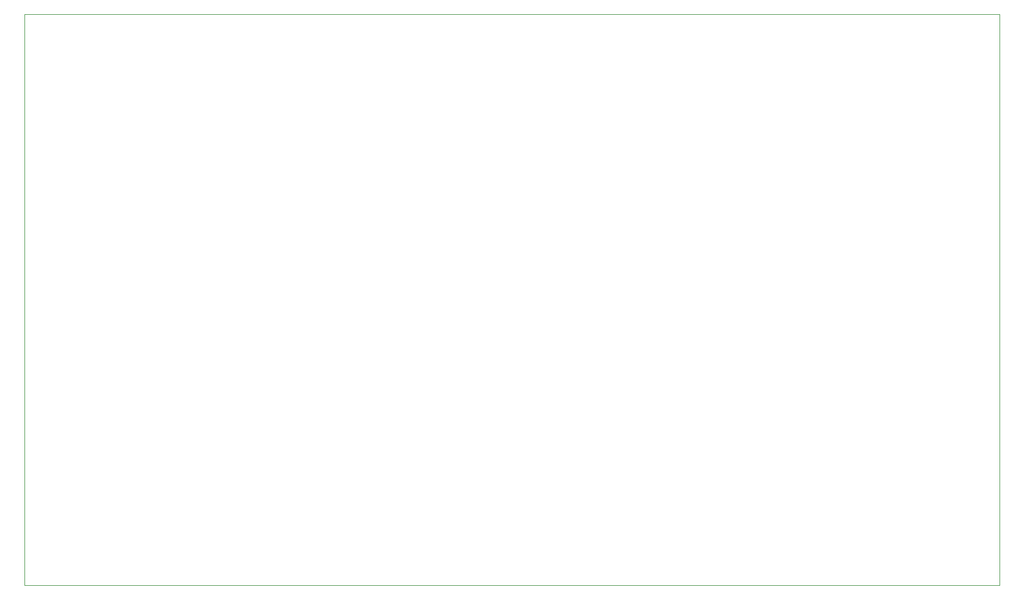
<source format=gbr>
%TF.GenerationSoftware,KiCad,Pcbnew,7.0.7+dfsg-1*%
%TF.CreationDate,2023-11-24T11:24:12-06:00*%
%TF.ProjectId,Power_Dist_Board,506f7765-725f-4446-9973-745f426f6172,rev?*%
%TF.SameCoordinates,Original*%
%TF.FileFunction,Profile,NP*%
%FSLAX46Y46*%
G04 Gerber Fmt 4.6, Leading zero omitted, Abs format (unit mm)*
G04 Created by KiCad (PCBNEW 7.0.7+dfsg-1) date 2023-11-24 11:24:12*
%MOMM*%
%LPD*%
G01*
G04 APERTURE LIST*
%TA.AperFunction,Profile*%
%ADD10C,0.100000*%
%TD*%
G04 APERTURE END LIST*
D10*
X87500000Y-19500000D02*
X232500000Y-19500000D01*
X232500000Y-104500000D01*
X87500000Y-104500000D01*
X87500000Y-19500000D01*
M02*

</source>
